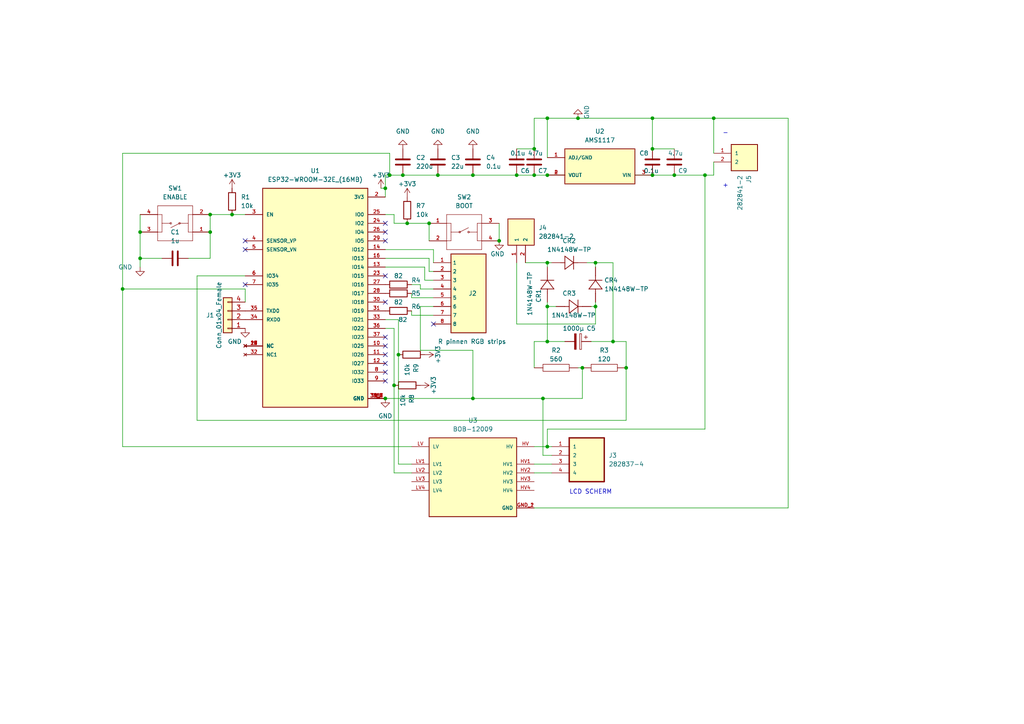
<source format=kicad_sch>
(kicad_sch (version 20211123) (generator eeschema)
  (paper "A4")
  (lib_symbols
    (symbol "1825910-6:1825910-6" (pin_names (offset 1.016) hide)
      (property "Reference" "SW" (at -5.08 5.842 0))
      (property "Value" "1825910-6" (at -5.08 -7.62 0))
      (symbol "1825910-6_0_0"
        (circle (center -1.27 0) (radius 0.254) (stroke (width 0.127)))
        (polyline (pts (xy -5.08 -5.08) (xy 5.08 -5.08)) (stroke (width 0.127)))
        (polyline (pts (xy -5.08 -2.54) (xy -5.08 -5.08)) (stroke (width 0.127)))
        (polyline (pts (xy -5.08 2.54) (xy -5.08 -2.54)) (stroke (width 0.127)))
        (polyline (pts (xy -5.08 2.54) (xy -3.81 2.54)) (stroke (width 0.127)))
        (polyline (pts (xy -5.08 5.08) (xy -5.08 2.54)) (stroke (width 0.127)))
        (polyline (pts (xy -5.08 5.08) (xy 5.08 5.08)) (stroke (width 0.127)))
        (polyline (pts (xy -3.81 -2.54) (xy -5.08 -2.54)) (stroke (width 0.127)))
        (polyline (pts (xy -3.81 0) (xy -3.81 -2.54)) (stroke (width 0.127)))
        (polyline (pts (xy -3.81 0) (xy -1.27 0)) (stroke (width 0.127)))
        (polyline (pts (xy -3.81 2.54) (xy -3.81 0)) (stroke (width 0.127)))
        (polyline (pts (xy -1.27 0) (xy 1.27 1.27)) (stroke (width 0.127)))
        (polyline (pts (xy 1.27 0) (xy 3.81 0)) (stroke (width 0.127)))
        (polyline (pts (xy 3.81 -2.54) (xy 5.08 -2.54)) (stroke (width 0.127)))
        (polyline (pts (xy 3.81 0) (xy 3.81 -2.54)) (stroke (width 0.127)))
        (polyline (pts (xy 3.81 0) (xy 3.81 2.54)) (stroke (width 0.127)))
        (polyline (pts (xy 3.81 2.54) (xy 5.08 2.54)) (stroke (width 0.127)))
        (polyline (pts (xy 5.08 -2.54) (xy 5.08 -5.08)) (stroke (width 0.127)))
        (polyline (pts (xy 5.08 2.54) (xy 5.08 -2.54)) (stroke (width 0.127)))
        (polyline (pts (xy 5.08 5.08) (xy 5.08 2.54)) (stroke (width 0.127)))
        (circle (center 1.27 0) (radius 0.254) (stroke (width 0.127)))
        (pin passive line (at -10.16 2.54 0) (length 5.08) (name "~") (number "1"))
        (pin passive line (at -10.16 -2.54 0) (length 5.08) (name "~") (number "2"))
        (pin passive line (at 10.16 2.54 180) (length 5.08) (name "~") (number "3"))
        (pin passive line (at 10.16 -2.54 180) (length 5.08) (name "~") (number "4"))
      )
    )
    (symbol "1N4148W-TP:1N4148W-TP" (pin_numbers hide) (pin_names (offset 1.016) hide)
      (property "Reference" "CR" (at -2.8194 2.6924 0))
      (property "Value" "1N4148W-TP" (at -3.8862 -5.5372 0))
      (symbol "1N4148W-TP_0_0"
        (polyline (pts (xy 2.54 0) (xy 3.81 0)) (stroke (width 0.2032)))
        (polyline (pts (xy 3.81 -1.905) (xy 6.35 0)) (stroke (width 0.2032)))
        (polyline (pts (xy 3.81 0) (xy 3.81 -1.905)) (stroke (width 0.2032)))
        (polyline (pts (xy 3.81 1.905) (xy 3.81 0)) (stroke (width 0.2032)))
        (polyline (pts (xy 6.35 -1.905) (xy 6.35 0)) (stroke (width 0.2032)))
        (polyline (pts (xy 6.35 0) (xy 3.81 1.905)) (stroke (width 0.2032)))
        (polyline (pts (xy 6.35 0) (xy 6.35 1.905)) (stroke (width 0.2032)))
        (polyline (pts (xy 6.35 0) (xy 7.62 0)) (stroke (width 0.2032)))
        (pin passive line (at 10.16 0 180) (length 2.54) (name "~") (number "1"))
        (pin passive line (at 0 0 0) (length 2.54) (name "~") (number "2"))
      )
    )
    (symbol "282837-4:282837-4" (pin_names (offset 1.016))
      (property "Reference" "J" (at 0 12.7 0))
      (property "Value" "282837-4" (at 0 -10.16 0))
      (symbol "282837-4_0_0"
        (rectangle (start -5.08 -5.08) (end 5.08 7.62) (stroke (width 0.4064)) (fill (type background)))
        (pin passive line (at -10.16 5.08 0) (length 5.08) (name "1") (number "1"))
        (pin passive line (at -10.16 2.54 0) (length 5.08) (name "2") (number "2"))
        (pin passive line (at -10.16 0 0) (length 5.08) (name "3") (number "3"))
        (pin passive line (at -10.16 -2.54 0) (length 5.08) (name "4") (number "4"))
      )
    )
    (symbol "282841-2:282841-2" (pin_names (offset 1.016))
      (property "Reference" "J" (at 0 10.16 0))
      (property "Value" "282841-2" (at 0 -7.62 0))
      (symbol "282841-2_0_0"
        (rectangle (start -5.08 -2.54) (end 2.54 5.08) (stroke (width 0.254)) (fill (type background)))
        (pin passive line (at -10.16 2.54 0) (length 5.08) (name "1") (number "1"))
        (pin passive line (at -10.16 0 0) (length 5.08) (name "2") (number "2"))
      )
    )
    (symbol "282841-5:8_pin_connector"
      (property "Reference" "U" (at -5.08 12.7 0))
      (property "Value" "8_pin_connector" (at 0 -13.97 0))
      (symbol "8_pin_connector_0_0"
        (pin passive line (at -10.16 8.89 0) (length 5.08) (name "1") (number "1"))
        (pin passive line (at -10.16 6.35 0) (length 5.08) (name "2") (number "2"))
        (pin passive line (at -10.16 3.81 0) (length 5.08) (name "3") (number "3"))
        (pin passive line (at -10.16 1.27 0) (length 5.08) (name "4") (number "4"))
        (pin passive line (at -10.16 -1.27 0) (length 5.08) (name "5") (number "5"))
        (pin passive line (at -10.16 -3.81 0) (length 5.08) (name "6") (number "6"))
        (pin passive line (at -10.16 -6.35 0) (length 5.08) (name "7") (number "7"))
        (pin passive line (at -10.16 -8.89 0) (length 5.08) (name "8") (number "8"))
      )
      (symbol "8_pin_connector_0_1"
        (rectangle (start -5.08 11.43) (end 5.08 -11.43))
        (rectangle (start -5.08 11.43) (end 5.08 -11.43) (fill (type background)))
        (polyline (pts (xy -5.08 11.43) (xy -5.08 -11.43) (xy 5.08 -11.43) (xy 5.08 11.43) (xy -5.08 11.43)) (stroke (width 0.254)))
      )
    )
    (symbol "AMS1117:AMS1117" (pin_names (offset 1.016))
      (property "Reference" "U" (at -10.16 5.588 0))
      (property "Value" "AMS1117" (at -10.16 -8.128 0))
      (symbol "AMS1117_0_0"
        (rectangle (start -10.16 -5.08) (end 10.16 5.08) (stroke (width 0.254)) (fill (type background)))
        (pin power_in line (at 15.24 -2.54 180) (length 5.08) (name "ADJ/GND") (number "1"))
        (pin output line (at 15.24 2.54 180) (length 5.08) (name "VOUT") (number "2"))
        (pin input line (at -15.24 2.54 0) (length 5.08) (name "VIN") (number "3"))
        (pin output line (at 15.24 2.54 180) (length 5.08) (name "VOUT") (number "4"))
      )
    )
    (symbol "BOB-12009:BOB-12009" (pin_names (offset 1.016))
      (property "Reference" "U" (at -12.7 11.43 0))
      (property "Value" "BOB-12009" (at -12.7 -15.24 0))
      (symbol "BOB-12009_0_0"
        (rectangle (start -12.7 -12.7) (end 12.7 10.16) (stroke (width 0.254)) (fill (type background)))
        (pin power_in line (at 17.78 -10.16 180) (length 5.08) (name "GND") (number "GND_1"))
        (pin power_in line (at 17.78 -10.16 180) (length 5.08) (name "GND") (number "GND_2"))
        (pin bidirectional line (at 17.78 7.62 180) (length 5.08) (name "HV") (number "HV"))
        (pin bidirectional line (at 17.78 2.54 180) (length 5.08) (name "HV1") (number "HV1"))
        (pin bidirectional line (at 17.78 0 180) (length 5.08) (name "HV2") (number "HV2"))
        (pin bidirectional line (at 17.78 -2.54 180) (length 5.08) (name "HV3") (number "HV3"))
        (pin bidirectional line (at 17.78 -5.08 180) (length 5.08) (name "HV4") (number "HV4"))
        (pin bidirectional line (at -17.78 7.62 0) (length 5.08) (name "LV") (number "LV"))
        (pin bidirectional line (at -17.78 2.54 0) (length 5.08) (name "LV1") (number "LV1"))
        (pin bidirectional line (at -17.78 0 0) (length 5.08) (name "LV2") (number "LV2"))
        (pin bidirectional line (at -17.78 -2.54 0) (length 5.08) (name "LV3") (number "LV3"))
        (pin bidirectional line (at -17.78 -5.08 0) (length 5.08) (name "LV4") (number "LV4"))
      )
    )
    (symbol "Connector_Generic:Conn_01x04" (pin_names (offset 1.016) hide)
      (property "Reference" "J" (at 0 5.08 0))
      (property "Value" "Conn_01x04" (at 0 -7.62 0))
      (symbol "Conn_01x04_1_1"
        (rectangle (start -1.27 -4.953) (end 0 -5.207) (stroke (width 0.1524)))
        (rectangle (start -1.27 -2.413) (end 0 -2.667) (stroke (width 0.1524)))
        (rectangle (start -1.27 0.127) (end 0 -0.127) (stroke (width 0.1524)))
        (rectangle (start -1.27 2.667) (end 0 2.413) (stroke (width 0.1524)))
        (rectangle (start -1.27 3.81) (end 1.27 -6.35) (stroke (width 0.254)) (fill (type background)))
        (pin passive line (at -5.08 2.54 0) (length 3.81) (name "Pin_1") (number "1"))
        (pin passive line (at -5.08 0 0) (length 3.81) (name "Pin_2") (number "2"))
        (pin passive line (at -5.08 -2.54 0) (length 3.81) (name "Pin_3") (number "3"))
        (pin passive line (at -5.08 -5.08 0) (length 3.81) (name "Pin_4") (number "4"))
      )
    )
    (symbol "Device:C" (pin_numbers hide) (pin_names (offset 0.254))
      (property "Reference" "C" (at 0.635 2.54 0))
      (property "Value" "C" (at 0.635 -2.54 0))
      (symbol "C_0_1"
        (polyline (pts (xy -2.032 -0.762) (xy 2.032 -0.762)) (stroke (width 0.508)))
        (polyline (pts (xy -2.032 0.762) (xy 2.032 0.762)) (stroke (width 0.508)))
      )
      (symbol "C_1_1"
        (pin passive line (at 0 3.81 270) (length 2.794) (name "~") (number "1"))
        (pin passive line (at 0 -3.81 90) (length 2.794) (name "~") (number "2"))
      )
    )
    (symbol "Device:C_Polarized" (pin_numbers hide) (pin_names (offset 0.254))
      (property "Reference" "C" (at 0.635 2.54 0))
      (property "Value" "C_Polarized" (at 0.635 -2.54 0))
      (symbol "C_Polarized_0_1"
        (rectangle (start -2.286 0.508) (end 2.286 1.016))
        (polyline (pts (xy -1.778 2.286) (xy -0.762 2.286)))
        (polyline (pts (xy -1.27 2.794) (xy -1.27 1.778)))
        (rectangle (start 2.286 -0.508) (end -2.286 -1.016) (fill (type outline)))
      )
      (symbol "C_Polarized_1_1"
        (pin passive line (at 0 3.81 270) (length 2.794) (name "~") (number "1"))
        (pin passive line (at 0 -3.81 90) (length 2.794) (name "~") (number "2"))
      )
    )
    (symbol "Device:R" (pin_numbers hide) (pin_names (offset 0))
      (property "Reference" "R" (at 2.032 0 90))
      (property "Value" "R" (at 0 0 90))
      (symbol "R_0_1"
        (rectangle (start -1.016 -2.54) (end 1.016 2.54) (stroke (width 0.254)))
      )
      (symbol "R_1_1"
        (pin passive line (at 0 3.81 270) (length 1.27) (name "~") (number "1"))
        (pin passive line (at 0 -3.81 90) (length 1.27) (name "~") (number "2"))
      )
    )
    (symbol "ESP32-WROOM-32E__16MB_:ESP32-WROOM-32E_(16MB)" (pin_names (offset 1.016))
      (property "Reference" "U" (at -15.24 33.909 0))
      (property "Value" "ESP32-WROOM-32E_(16MB)" (at -15.24 -33.02 0))
      (symbol "ESP32-WROOM-32E_(16MB)_0_0"
        (rectangle (start -15.24 -30.48) (end 15.24 33.02) (stroke (width 0.254)) (fill (type background)))
        (pin power_in line (at 20.32 -27.94 180) (length 5.08) (name "GND") (number "1"))
        (pin bidirectional line (at 20.32 -12.7 180) (length 5.08) (name "IO25") (number "10"))
        (pin bidirectional line (at 20.32 -15.24 180) (length 5.08) (name "IO26") (number "11"))
        (pin bidirectional line (at 20.32 -17.78 180) (length 5.08) (name "IO27") (number "12"))
        (pin bidirectional line (at 20.32 10.16 180) (length 5.08) (name "IO14") (number "13"))
        (pin bidirectional line (at 20.32 15.24 180) (length 5.08) (name "IO12") (number "14"))
        (pin power_in line (at 20.32 -27.94 180) (length 5.08) (name "GND") (number "15"))
        (pin bidirectional line (at 20.32 12.7 180) (length 5.08) (name "IO13") (number "16"))
        (pin no_connect line (at -20.32 -12.7 0) (length 5.08) (name "NC") (number "17"))
        (pin no_connect line (at -20.32 -12.7 0) (length 5.08) (name "NC") (number "18"))
        (pin no_connect line (at -20.32 -12.7 0) (length 5.08) (name "NC") (number "19"))
        (pin power_in line (at 20.32 30.48 180) (length 5.08) (name "3V3") (number "2"))
        (pin no_connect line (at -20.32 -12.7 0) (length 5.08) (name "NC") (number "20"))
        (pin no_connect line (at -20.32 -12.7 0) (length 5.08) (name "NC") (number "21"))
        (pin no_connect line (at -20.32 -12.7 0) (length 5.08) (name "NC") (number "22"))
        (pin bidirectional line (at 20.32 7.62 180) (length 5.08) (name "IO15") (number "23"))
        (pin bidirectional line (at 20.32 22.86 180) (length 5.08) (name "IO2") (number "24"))
        (pin bidirectional line (at 20.32 25.4 180) (length 5.08) (name "IO0") (number "25"))
        (pin bidirectional line (at 20.32 20.32 180) (length 5.08) (name "IO4") (number "26"))
        (pin bidirectional line (at 20.32 5.08 180) (length 5.08) (name "IO16") (number "27"))
        (pin bidirectional line (at 20.32 2.54 180) (length 5.08) (name "IO17") (number "28"))
        (pin bidirectional line (at 20.32 17.78 180) (length 5.08) (name "IO5") (number "29"))
        (pin input line (at -20.32 25.4 0) (length 5.08) (name "EN") (number "3"))
        (pin bidirectional line (at 20.32 0 180) (length 5.08) (name "IO18") (number "30"))
        (pin bidirectional line (at 20.32 -2.54 180) (length 5.08) (name "IO19") (number "31"))
        (pin no_connect line (at -20.32 -15.24 0) (length 5.08) (name "NC1") (number "32"))
        (pin bidirectional line (at 20.32 -5.08 180) (length 5.08) (name "IO21") (number "33"))
        (pin bidirectional line (at -20.32 -5.08 0) (length 5.08) (name "RXD0") (number "34"))
        (pin bidirectional line (at -20.32 -2.54 0) (length 5.08) (name "TXD0") (number "35"))
        (pin bidirectional line (at 20.32 -7.62 180) (length 5.08) (name "IO22") (number "36"))
        (pin bidirectional line (at 20.32 -10.16 180) (length 5.08) (name "IO23") (number "37"))
        (pin power_in line (at 20.32 -27.94 180) (length 5.08) (name "GND") (number "38"))
        (pin power_in line (at 20.32 -27.94 180) (length 5.08) (name "GND") (number "39_1"))
        (pin power_in line (at 20.32 -27.94 180) (length 5.08) (name "GND") (number "39_2"))
        (pin power_in line (at 20.32 -27.94 180) (length 5.08) (name "GND") (number "39_3"))
        (pin power_in line (at 20.32 -27.94 180) (length 5.08) (name "GND") (number "39_4"))
        (pin power_in line (at 20.32 -27.94 180) (length 5.08) (name "GND") (number "39_5"))
        (pin power_in line (at 20.32 -27.94 180) (length 5.08) (name "GND") (number "39_6"))
        (pin power_in line (at 20.32 -27.94 180) (length 5.08) (name "GND") (number "39_7"))
        (pin power_in line (at 20.32 -27.94 180) (length 5.08) (name "GND") (number "39_8"))
        (pin power_in line (at 20.32 -27.94 180) (length 5.08) (name "GND") (number "39_9"))
        (pin input line (at -20.32 17.78 0) (length 5.08) (name "SENSOR_VP") (number "4"))
        (pin input line (at -20.32 15.24 0) (length 5.08) (name "SENSOR_VN") (number "5"))
        (pin input line (at -20.32 7.62 0) (length 5.08) (name "IO34") (number "6"))
        (pin input line (at -20.32 5.08 0) (length 5.08) (name "IO35") (number "7"))
        (pin bidirectional line (at 20.32 -20.32 180) (length 5.08) (name "IO32") (number "8"))
        (pin bidirectional line (at 20.32 -22.86 180) (length 5.08) (name "IO33") (number "9"))
      )
    )
    (symbol "power:+3V3" (power) (pin_names (offset 0))
      (property "Value" "+3V3" (at 0 3.556 0))
      (symbol "+3V3_0_1"
        (polyline (pts (xy -0.762 1.27) (xy 0 2.54)))
        (polyline (pts (xy 0 0) (xy 0 2.54)))
        (polyline (pts (xy 0 2.54) (xy 0.762 1.27)))
      )
      (symbol "+3V3_1_1"
        (pin power_in line (at 0 0 90) (length 0) hide (name "+3V3") (number "1"))
      )
    )
    (symbol "power:GND" (power) (pin_names (offset 0))
      (property "Value" "GND" (at 0 -3.81 0))
      (symbol "GND_0_1"
        (polyline (pts (xy 0 0) (xy 0 -1.27) (xy 1.27 -1.27) (xy 0 -2.54) (xy -1.27 -1.27) (xy 0 -1.27)))
      )
      (symbol "GND_1_1"
        (pin power_in line (at 0 0 270) (length 0) hide (name "GND") (number "1"))
      )
    )
    (symbol "pspice:R" (pin_numbers hide) (pin_names (offset 0))
      (property "Reference" "R" (at 2.032 0 90))
      (property "Value" "R" (at 0 0 90))
      (symbol "R_0_1"
        (rectangle (start -1.016 3.81) (end 1.016 -3.81))
      )
      (symbol "R_1_1"
        (pin passive line (at 0 6.35 270) (length 2.54) (name "~") (number "1"))
        (pin passive line (at 0 -6.35 90) (length 2.54) (name "~") (number "2"))
      )
    )
  )
  (junction (at 172.72 76.2))
  (junction (at 172.72 88.9))
  (junction (at 111.76 115.57))
  (junction (at 40.64 74.93))
  (junction (at 137.16 50.8))
  (junction (at 124.46 64.77))
  (junction (at 189.23 50.8))
  (junction (at 114.3 111.76))
  (junction (at 168.91 106.68))
  (junction (at 60.96 67.31))
  (junction (at 40.64 67.31))
  (junction (at 181.61 106.68))
  (junction (at 189.23 34.29))
  (junction (at 158.75 76.2))
  (junction (at 189.23 43.18))
  (junction (at 144.78 69.85))
  (junction (at 60.96 62.23))
  (junction (at 111.76 54.61))
  (junction (at 167.64 34.29))
  (junction (at 158.75 99.06))
  (junction (at 157.48 115.57))
  (junction (at 149.86 50.8))
  (junction (at 35.56 83.82))
  (junction (at 158.75 88.9))
  (junction (at 115.57 102.87))
  (junction (at 207.01 34.29))
  (junction (at 195.58 50.8))
  (junction (at 158.75 129.54))
  (junction (at 118.11 64.77))
  (junction (at 137.16 115.57))
  (junction (at 158.75 34.29))
  (junction (at 116.84 50.8))
  (junction (at 204.47 50.8))
  (junction (at 177.8 99.06))
  (junction (at 154.94 50.8))
  (junction (at 113.03 50.8))
  (junction (at 158.75 50.8))
  (junction (at 154.94 43.18))
  (junction (at 67.31 62.23))
  (junction (at 127 50.8))
  (no_connect (at 71.12 82.55))
  (no_connect (at 111.76 110.49))
  (no_connect (at 111.76 80.01))
  (no_connect (at 111.76 97.79))
  (no_connect (at 71.12 72.39))
  (no_connect (at 71.12 69.85))
  (no_connect (at 111.76 87.63))
  (no_connect (at 111.76 102.87))
  (no_connect (at 111.76 100.33))
  (no_connect (at 111.76 67.31))
  (no_connect (at 111.76 69.85))
  (no_connect (at 125.73 93.98))
  (no_connect (at 111.76 105.41))
  (no_connect (at 111.76 107.95))
  (no_connect (at 111.76 64.77))
  (wire (pts (xy 158.75 87.63) (xy 158.75 88.9)))
  (wire (pts (xy 67.31 62.23) (xy 71.12 62.23)))
  (wire (pts (xy 125.73 72.39) (xy 125.73 76.2)))
  (wire (pts (xy 228.6 34.29) (xy 207.01 34.29)))
  (wire (pts (xy 114.3 62.23) (xy 114.3 64.77)))
  (wire (pts (xy 149.86 50.8) (xy 154.94 50.8)))
  (wire (pts (xy 113.03 44.45) (xy 113.03 50.8)))
  (wire (pts (xy 172.72 76.2) (xy 172.72 77.47)))
  (wire (pts (xy 158.75 88.9) (xy 158.75 99.06)))
  (wire (pts (xy 119.38 137.16) (xy 114.3 137.16)))
  (wire (pts (xy 54.61 74.93) (xy 60.96 74.93)))
  (wire (pts (xy 167.64 34.29) (xy 158.75 34.29)))
  (wire (pts (xy 189.23 34.29) (xy 167.64 34.29)))
  (wire (pts (xy 111.76 50.8) (xy 113.03 50.8)))
  (wire (pts (xy 204.47 50.8) (xy 204.47 124.46)))
  (wire (pts (xy 154.94 137.16) (xy 160.02 137.16)))
  (wire (pts (xy 158.75 34.29) (xy 158.75 45.72)))
  (wire (pts (xy 124.46 78.74) (xy 125.73 78.74)))
  (wire (pts (xy 181.61 106.68) (xy 181.61 99.06)))
  (wire (pts (xy 116.84 50.8) (xy 127 50.8)))
  (wire (pts (xy 171.45 88.9) (xy 172.72 88.9)))
  (wire (pts (xy 121.92 83.82) (xy 125.73 83.82)))
  (wire (pts (xy 181.61 99.06) (xy 177.8 99.06)))
  (wire (pts (xy 119.38 86.36) (xy 125.73 86.36)))
  (wire (pts (xy 184.15 50.8) (xy 189.23 50.8)))
  (wire (pts (xy 113.03 50.8) (xy 116.84 50.8)))
  (wire (pts (xy 195.58 50.8) (xy 204.47 50.8)))
  (wire (pts (xy 168.91 106.68) (xy 168.91 115.57)))
  (wire (pts (xy 189.23 43.18) (xy 189.23 34.29)))
  (wire (pts (xy 137.16 115.57) (xy 157.48 115.57)))
  (wire (pts (xy 71.12 87.63) (xy 71.12 83.82)))
  (wire (pts (xy 170.18 76.2) (xy 172.72 76.2)))
  (wire (pts (xy 154.94 129.54) (xy 158.75 129.54)))
  (wire (pts (xy 171.45 99.06) (xy 177.8 99.06)))
  (wire (pts (xy 157.48 132.08) (xy 160.02 132.08)))
  (wire (pts (xy 115.57 92.71) (xy 111.76 92.71)))
  (wire (pts (xy 157.48 115.57) (xy 157.48 132.08)))
  (wire (pts (xy 111.76 72.39) (xy 125.73 72.39)))
  (wire (pts (xy 40.64 74.93) (xy 40.64 77.47)))
  (wire (pts (xy 189.23 43.18) (xy 195.58 43.18)))
  (wire (pts (xy 114.3 64.77) (xy 118.11 64.77)))
  (wire (pts (xy 40.64 67.31) (xy 40.64 62.23)))
  (wire (pts (xy 114.3 95.25) (xy 111.76 95.25)))
  (wire (pts (xy 154.94 134.62) (xy 160.02 134.62)))
  (wire (pts (xy 35.56 83.82) (xy 35.56 44.45)))
  (wire (pts (xy 207.01 46.99) (xy 207.01 50.8)))
  (wire (pts (xy 111.76 77.47) (xy 123.19 77.47)))
  (wire (pts (xy 119.38 82.55) (xy 121.92 82.55)))
  (wire (pts (xy 158.75 99.06) (xy 163.83 99.06)))
  (wire (pts (xy 154.94 34.29) (xy 154.94 43.18)))
  (wire (pts (xy 158.75 34.29) (xy 154.94 34.29)))
  (wire (pts (xy 111.76 50.8) (xy 111.76 54.61)))
  (wire (pts (xy 123.19 81.28) (xy 125.73 81.28)))
  (wire (pts (xy 119.38 90.17) (xy 119.38 91.44)))
  (wire (pts (xy 119.38 134.62) (xy 115.57 134.62)))
  (wire (pts (xy 204.47 50.8) (xy 207.01 50.8)))
  (wire (pts (xy 207.01 34.29) (xy 189.23 34.29)))
  (wire (pts (xy 124.46 74.93) (xy 124.46 78.74)))
  (wire (pts (xy 181.61 106.68) (xy 181.61 121.92)))
  (wire (pts (xy 158.75 50.8) (xy 163.83 50.8)))
  (wire (pts (xy 123.19 77.47) (xy 123.19 81.28)))
  (wire (pts (xy 40.64 67.31) (xy 40.64 74.93)))
  (wire (pts (xy 60.96 74.93) (xy 60.96 67.31)))
  (wire (pts (xy 137.16 50.8) (xy 149.86 50.8)))
  (wire (pts (xy 172.72 88.9) (xy 172.72 93.98)))
  (wire (pts (xy 111.76 74.93) (xy 124.46 74.93)))
  (wire (pts (xy 35.56 83.82) (xy 35.56 129.54)))
  (wire (pts (xy 35.56 44.45) (xy 113.03 44.45)))
  (wire (pts (xy 152.4 76.2) (xy 158.75 76.2)))
  (wire (pts (xy 40.64 74.93) (xy 46.99 74.93)))
  (wire (pts (xy 189.23 50.8) (xy 195.58 50.8)))
  (wire (pts (xy 228.6 147.32) (xy 228.6 34.29)))
  (wire (pts (xy 127 50.8) (xy 137.16 50.8)))
  (wire (pts (xy 115.57 92.71) (xy 115.57 102.87)))
  (wire (pts (xy 172.72 87.63) (xy 172.72 88.9)))
  (wire (pts (xy 144.78 64.77) (xy 144.78 69.85)))
  (wire (pts (xy 158.75 76.2) (xy 158.75 77.47)))
  (wire (pts (xy 172.72 76.2) (xy 177.8 76.2)))
  (wire (pts (xy 157.48 115.57) (xy 168.91 115.57)))
  (wire (pts (xy 207.01 44.45) (xy 207.01 34.29)))
  (wire (pts (xy 158.75 76.2) (xy 160.02 76.2)))
  (wire (pts (xy 154.94 99.06) (xy 158.75 99.06)))
  (wire (pts (xy 121.92 88.9) (xy 121.92 101.6)))
  (wire (pts (xy 125.73 88.9) (xy 121.92 88.9)))
  (wire (pts (xy 158.75 88.9) (xy 161.29 88.9)))
  (wire (pts (xy 149.86 43.18) (xy 154.94 43.18)))
  (wire (pts (xy 57.15 121.92) (xy 181.61 121.92)))
  (wire (pts (xy 114.3 111.76) (xy 114.3 95.25)))
  (wire (pts (xy 124.46 64.77) (xy 124.46 69.85)))
  (wire (pts (xy 121.92 101.6) (xy 137.16 101.6)))
  (wire (pts (xy 57.15 121.92) (xy 57.15 80.01)))
  (wire (pts (xy 158.75 124.46) (xy 204.47 124.46)))
  (wire (pts (xy 114.3 62.23) (xy 111.76 62.23)))
  (wire (pts (xy 60.96 67.31) (xy 60.96 62.23)))
  (wire (pts (xy 35.56 129.54) (xy 119.38 129.54)))
  (wire (pts (xy 71.12 83.82) (xy 35.56 83.82)))
  (wire (pts (xy 110.49 54.61) (xy 111.76 54.61)))
  (wire (pts (xy 111.76 54.61) (xy 111.76 57.15)))
  (wire (pts (xy 177.8 76.2) (xy 177.8 99.06)))
  (wire (pts (xy 154.94 106.68) (xy 154.94 99.06)))
  (wire (pts (xy 154.94 50.8) (xy 158.75 50.8)))
  (wire (pts (xy 158.75 124.46) (xy 158.75 129.54)))
  (wire (pts (xy 167.64 106.68) (xy 168.91 106.68)))
  (wire (pts (xy 114.3 137.16) (xy 114.3 111.76)))
  (wire (pts (xy 60.96 62.23) (xy 67.31 62.23)))
  (wire (pts (xy 158.75 129.54) (xy 160.02 129.54)))
  (wire (pts (xy 111.76 115.57) (xy 137.16 115.57)))
  (wire (pts (xy 57.15 80.01) (xy 71.12 80.01)))
  (wire (pts (xy 119.38 85.09) (xy 119.38 86.36)))
  (wire (pts (xy 121.92 82.55) (xy 121.92 83.82)))
  (wire (pts (xy 118.11 64.77) (xy 124.46 64.77)))
  (wire (pts (xy 137.16 101.6) (xy 137.16 115.57)))
  (wire (pts (xy 154.94 147.32) (xy 228.6 147.32)))
  (wire (pts (xy 119.38 91.44) (xy 125.73 91.44)))
  (wire (pts (xy 115.57 102.87) (xy 115.57 134.62)))
  (wire (pts (xy 149.86 93.98) (xy 172.72 93.98)))
  (wire (pts (xy 149.86 76.2) (xy 149.86 93.98)))
  (text "LCD SCHERM" (at 165.1 143.51 0) (effects (font (size 1.27 1.27)) (justify left bottom)))
  (text "-" (at 209.55 39.37 0) (effects (font (size 1.27 1.27)) (justify left bottom)))
  (text "+" (at 209.55 54.61 0) (effects (font (size 1.27 1.27)) (justify left bottom)))
  (symbol (lib_id "power:+3V3") (at 110.49 54.61 0) (unit 1)
    (property "Reference" "#PWR0108" (effects hide))
    (property "Value" "+3V3" (at 110.49 50.8 0))
  )
  (symbol (lib_id "Device:R") (at 115.57 85.09 90) (unit 1)
    (property "Reference" "R5" (at 120.65 85.09 90))
    (property "Value" "82" (at 115.57 87.63 90))
    (property "Footprint" "Resistor_SMD:R_0805_2012Metric_Pad1.20x1.40mm_HandSolder" (effects hide))
  )
  (symbol (lib_id "Connector_Generic:Conn_01x04") (at 66.04 92.71 180) (unit 1)
    (property "Reference" "J1" (at 60.96 91.44 0))
    (property "Value" "Conn_01x04_Female" (at 63.5 91.44 90))
    (property "Footprint" "Connector_PinHeader_2.54mm:PinHeader_1x04_P2.54mm_Vertical" (effects hide))
  )
  (symbol (lib_id "pspice:R") (at 161.29 106.68 90) (unit 1)
    (property "Reference" "R2" (at 161.29 101.6 90))
    (property "Value" "560" (at 161.29 104.14 90))
    (property "Footprint" "Resistor_SMD:R_0805_2012Metric_Pad1.20x1.40mm_HandSolder" (effects hide))
  )
  (symbol (lib_id "1N4148W-TP:1N4148W-TP") (at 172.72 87.63 90) (unit 1)
    (property "Reference" "CR4" (at 175.26 81.28 90) (effects (justify right)))
    (property "Value" "1N4148W-TP" (at 175.26 83.82 90) (effects (justify right)))
    (property "Footprint" "Diode_SMD:D_0603_1608Metric_Pad1.05x0.95mm_HandSolder" (effects hide))
    (property "MANUFACTURER_PART_NUMBER" "1N4148W-TP" (effects hide))
    (property "BUILT_BY" "EMA_Cory" (effects hide))
    (property "VENDOR" "Micro Commercial Co" (effects hide))
    (property "DATASHEET" "https://www.mccsemi.com/pdf/Products/1N4148W(SOD123).pdf" (effects hide))
    (property "COPYRIGHT" "Copyright (C) 2018 Accelerated Designs. All rights reserved" (effects hide))
  )
  (symbol (lib_id "Device:C") (at 149.86 46.99 180) (unit 1)
    (property "Reference" "C6" (at 153.67 49.53 0) (effects (justify left)))
    (property "Value" "0.1u" (at 152.4 44.45 0) (effects (justify left)))
    (property "Footprint" "Capacitor_SMD:C_0805_2012Metric_Pad1.18x1.45mm_HandSolder" (effects hide))
  )
  (symbol (lib_id "Device:R") (at 115.57 90.17 90) (unit 1)
    (property "Reference" "R6" (at 120.65 88.9 90))
    (property "Value" "82" (at 116.84 92.71 90))
    (property "Footprint" "Resistor_SMD:R_0805_2012Metric_Pad1.20x1.40mm_HandSolder" (effects hide))
  )
  (symbol (lib_id "1N4148W-TP:1N4148W-TP") (at 161.29 88.9 0) (unit 1)
    (property "Reference" "CR3" (at 165.1 85.09 0))
    (property "Value" "1N4148W-TP" (at 166.37 91.44 0))
    (property "Footprint" "Diode_SMD:D_0603_1608Metric_Pad1.05x0.95mm_HandSolder" (effects hide))
    (property "MANUFACTURER_PART_NUMBER" "1N4148W-TP" (effects hide))
    (property "BUILT_BY" "EMA_Cory" (effects hide))
    (property "VENDOR" "Micro Commercial Co" (effects hide))
    (property "DATASHEET" "https://www.mccsemi.com/pdf/Products/1N4148W(SOD123).pdf" (effects hide))
    (property "COPYRIGHT" "Copyright (C) 2018 Accelerated Designs. All rights reserved" (effects hide))
  )
  (symbol (lib_id "power:GND") (at 111.76 115.57 0) (unit 1)
    (property "Reference" "#PWR0102" (effects hide))
    (property "Value" "GND" (at 111.76 120.65 0))
  )
  (symbol (lib_id "power:GND") (at 167.64 34.29 180) (unit 1)
    (property "Reference" "#PWR05" (effects hide))
    (property "Value" "GND" (at 170.18 30.48 90) (effects (justify left)))
  )
  (symbol (lib_id "1825910-6:1825910-6") (at 134.62 67.31 0) (unit 1)
    (property "Reference" "SW2" (at 134.62 57.15 0))
    (property "Value" "BOOT" (at 134.62 59.69 0))
    (property "Footprint" "libraries:SW_1825910-6-4" (effects hide))
    (property "Comment" "1825910-6" (effects hide))
  )
  (symbol (lib_id "Device:R") (at 118.11 111.76 270) (unit 1)
    (property "Reference" "R8" (at 119.3801 114.3 0) (effects (justify left)))
    (property "Value" "10k" (at 116.8401 114.3 0) (effects (justify left)))
    (property "Footprint" "Resistor_SMD:R_0805_2012Metric_Pad1.20x1.40mm_HandSolder" (effects hide))
  )
  (symbol (lib_id "power:GND") (at 127 43.18 180) (unit 1)
    (property "Reference" "#PWR0104" (effects hide))
    (property "Value" "GND" (at 127 38.1 0))
  )
  (symbol (lib_id "Device:R") (at 118.11 60.96 0) (unit 1)
    (property "Reference" "R7" (at 120.65 59.6899 0) (effects (justify left)))
    (property "Value" "10k" (at 120.65 62.2299 0) (effects (justify left)))
    (property "Footprint" "Resistor_SMD:R_0805_2012Metric_Pad1.20x1.40mm_HandSolder" (effects hide))
  )
  (symbol (lib_id "1N4148W-TP:1N4148W-TP") (at 158.75 87.63 90) (unit 1)
    (property "Reference" "CR1" (at 156.21 83.82 0) (effects (justify right)))
    (property "Value" "1N4148W-TP" (at 153.67 78.74 0) (effects (justify right)))
    (property "Footprint" "Diode_SMD:D_0603_1608Metric_Pad1.05x0.95mm_HandSolder" (effects hide))
    (property "MANUFACTURER_PART_NUMBER" "1N4148W-TP" (effects hide))
    (property "BUILT_BY" "EMA_Cory" (effects hide))
    (property "VENDOR" "Micro Commercial Co" (effects hide))
    (property "DATASHEET" "https://www.mccsemi.com/pdf/Products/1N4148W(SOD123).pdf" (effects hide))
    (property "COPYRIGHT" "Copyright (C) 2018 Accelerated Designs. All rights reserved" (effects hide))
  )
  (symbol (lib_id "power:GND") (at 116.84 43.18 180) (unit 1)
    (property "Reference" "#PWR0103" (effects hide))
    (property "Value" "GND" (at 116.84 38.1 0))
  )
  (symbol (lib_id "power:GND") (at 137.16 43.18 180) (unit 1)
    (property "Reference" "#PWR0106" (effects hide))
    (property "Value" "GND" (at 137.16 38.1 0))
  )
  (symbol (lib_id "Device:C") (at 154.94 46.99 180) (unit 1)
    (property "Reference" "C7" (at 158.75 49.53 0) (effects (justify left)))
    (property "Value" "4.7u" (at 157.48 44.45 0) (effects (justify left)))
    (property "Footprint" "Capacitor_SMD:C_0805_2012Metric_Pad1.18x1.45mm_HandSolder" (effects hide))
  )
  (symbol (lib_id "power:+3V3") (at 118.11 57.15 0) (unit 1)
    (property "Reference" "#PWR03" (effects hide))
    (property "Value" "+3V3" (at 118.11 53.34 0))
  )
  (symbol (lib_id "Device:C") (at 116.84 46.99 180) (unit 1)
    (property "Reference" "C2" (at 120.65 45.7199 0) (effects (justify right)))
    (property "Value" "220u" (at 120.65 48.2599 0) (effects (justify right)))
    (property "Footprint" "libraries:CAP_EEE0JA101WR" (effects hide))
  )
  (symbol (lib_id "282841-2:282841-2") (at 152.4 66.04 90) (unit 1)
    (property "Reference" "J4" (at 156.21 66.0399 90) (effects (justify right)))
    (property "Value" "282841-2" (at 156.21 68.5799 90) (effects (justify right)))
    (property "Footprint" "libraries:TE_1546215-2" (effects hide))
    (property "Comment" "282841-2" (effects hide))
    (property "EU_RoHS_Compliance" "Compliant with Exemptions" (effects hide))
  )
  (symbol (lib_id "282837-4:282837-4") (at 170.18 134.62 0) (unit 1)
    (property "Reference" "J3" (at 176.53 132.0799 0) (effects (justify left)))
    (property "Value" "282837-4" (at 176.53 134.6199 0) (effects (justify left)))
    (property "Footprint" "libraries:TE_1546215-4" (effects hide))
    (property "Comment" "282837-4" (effects hide))
    (property "EU_RoHS_Compliance" "Compliant with Exemptions" (effects hide))
  )
  (symbol (lib_id "1N4148W-TP:1N4148W-TP") (at 160.02 76.2 0) (unit 1)
    (property "Reference" "CR2" (at 165.1 69.85 0))
    (property "Value" "1N4148W-TP" (at 165.1 72.39 0))
    (property "Footprint" "Diode_SMD:D_0603_1608Metric_Pad1.05x0.95mm_HandSolder" (effects hide))
    (property "MANUFACTURER_PART_NUMBER" "1N4148W-TP" (effects hide))
    (property "BUILT_BY" "EMA_Cory" (effects hide))
    (property "VENDOR" "Micro Commercial Co" (effects hide))
    (property "DATASHEET" "https://www.mccsemi.com/pdf/Products/1N4148W(SOD123).pdf" (effects hide))
    (property "COPYRIGHT" "Copyright (C) 2018 Accelerated Designs. All rights reserved" (effects hide))
  )
  (symbol (lib_id "Device:C") (at 50.8 74.93 90) (unit 1)
    (property "Reference" "C1" (at 50.8 67.31 90))
    (property "Value" "1u" (at 50.8 69.85 90))
    (property "Footprint" "Capacitor_SMD:C_0805_2012Metric_Pad1.18x1.45mm_HandSolder" (effects hide))
  )
  (symbol (lib_id "Device:C") (at 127 46.99 180) (unit 1)
    (property "Reference" "C3" (at 130.81 45.7199 0) (effects (justify right)))
    (property "Value" "22u" (at 130.81 48.2599 0) (effects (justify right)))
    (property "Footprint" "Capacitor_SMD:C_0805_2012Metric_Pad1.18x1.45mm_HandSolder" (effects hide))
  )
  (symbol (lib_id "Device:C") (at 195.58 46.99 180) (unit 1)
    (property "Reference" "C9" (at 199.39 49.53 0) (effects (justify left)))
    (property "Value" "4.7u" (at 198.12 44.45 0) (effects (justify left)))
    (property "Footprint" "Capacitor_SMD:C_0805_2012Metric_Pad1.18x1.45mm_HandSolder" (effects hide))
  )
  (symbol (lib_id "Device:C_Polarized") (at 167.64 99.06 270) (unit 1)
    (property "Reference" "C5" (at 171.45 95.25 90))
    (property "Value" "1000µ" (at 166.37 95.25 90))
    (property "Footprint" "Capacitor_THT:CP_Axial_L26.5mm_D20.0mm_P33.00mm_Horizontal" (effects hide))
  )
  (symbol (lib_id "Device:R") (at 67.31 58.42 0) (unit 1)
    (property "Reference" "R1" (at 69.85 57.1499 0) (effects (justify left)))
    (property "Value" "10k" (at 69.85 59.6899 0) (effects (justify left)))
    (property "Footprint" "Resistor_SMD:R_0805_2012Metric_Pad1.20x1.40mm_HandSolder" (effects hide))
  )
  (symbol (lib_id "power:+3V3") (at 67.31 54.61 0) (unit 1)
    (property "Reference" "#PWR01" (effects hide))
    (property "Value" "+3V3" (at 67.31 50.8 0))
  )
  (symbol (lib_id "Device:R") (at 115.57 82.55 90) (unit 1)
    (property "Reference" "R4" (at 120.65 81.28 90))
    (property "Value" "82" (at 115.57 80.01 90))
    (property "Footprint" "Resistor_SMD:R_0805_2012Metric_Pad1.20x1.40mm_HandSolder" (effects hide))
  )
  (symbol (lib_id "Device:C") (at 189.23 46.99 0) (unit 1)
    (property "Reference" "C8" (at 185.42 44.45 0) (effects (justify left)))
    (property "Value" "0.1u" (at 186.69 49.53 0) (effects (justify left)))
    (property "Footprint" "Capacitor_SMD:C_0805_2012Metric_Pad1.18x1.45mm_HandSolder" (effects hide))
  )
  (symbol (lib_id "power:GND") (at 40.64 77.47 0) (unit 1)
    (property "Reference" "#PWR0101" (effects hide))
    (property "Value" "GND" (at 34.29 77.47 0) (effects (justify left)))
  )
  (symbol (lib_id "power:GND") (at 144.78 69.85 0) (unit 1)
    (property "Reference" "#PWR04" (effects hide))
    (property "Value" "GND" (at 142.24 73.66 0) (effects (justify left)))
  )
  (symbol (lib_id "BOB-12009:BOB-12009") (at 137.16 137.16 0) (unit 1)
    (property "Reference" "U3" (at 137.16 121.92 0))
    (property "Value" "BOB-12009" (at 137.16 124.46 0))
    (property "Footprint" "BOB-12009:CONV_BOB-12009" (effects hide))
    (property "MANUFACTURER" "SparkFun Electronics" (effects hide))
    (property "STANDARD" "Manufacturer Recommendations" (effects hide))
    (property "MAXIMUM_PACKAGE_HEIGHT" "N/A" (effects hide))
    (property "PARTREV" "01" (effects hide))
  )
  (symbol (lib_id "Device:C") (at 137.16 46.99 180) (unit 1)
    (property "Reference" "C4" (at 140.97 45.7199 0) (effects (justify right)))
    (property "Value" "0.1u" (at 140.97 48.26 0) (effects (justify right)))
    (property "Footprint" "Capacitor_SMD:C_0805_2012Metric_Pad1.18x1.45mm_HandSolder" (effects hide))
  )
  (symbol (lib_id "1825910-6:1825910-6") (at 50.8 64.77 180) (unit 1)
    (property "Reference" "SW1" (at 50.8 54.61 0))
    (property "Value" "ENABLE" (at 50.8 57.15 0))
    (property "Footprint" "libraries:SW_1825910-6-4" (effects hide))
    (property "Comment" "1825910-6" (effects hide))
  )
  (symbol (lib_id "282841-2:282841-2") (at 217.17 46.99 0) (unit 1)
    (property "Reference" "J5" (at 217.1701 50.8 90) (effects (justify right)))
    (property "Value" "282841-2" (at 214.6301 50.8 90) (effects (justify right)))
    (property "Footprint" "libraries:TE_1546215-2" (effects hide))
    (property "Comment" "282841-2" (effects hide))
    (property "EU_RoHS_Compliance" "Compliant with Exemptions" (effects hide))
  )
  (symbol (lib_id "AMS1117:AMS1117") (at 173.99 48.26 180) (unit 1)
    (property "Reference" "U2" (at 173.99 38.1 0))
    (property "Value" "AMS1117" (at 173.99 40.64 0))
    (property "Footprint" "libraries:SOT229P700X180-4N" (effects hide))
    (property "MANUFACTURER" "AMS" (effects hide))
    (property "MAXIMUM_PACKAGE_HEIGHT" "1.8mm" (effects hide))
    (property "PARTREV" "N/A" (effects hide))
    (property "STANDARD" "IPC-7351B" (effects hide))
  )
  (symbol (lib_id "power:GND") (at 71.12 95.25 0) (unit 1)
    (property "Reference" "#PWR02" (effects hide))
    (property "Value" "GND" (at 66.04 99.06 0) (effects (justify left)))
  )
  (symbol (lib_id "power:+3V3") (at 121.92 111.76 270) (unit 1)
    (property "Reference" "#PWR0107" (effects hide))
    (property "Value" "+3V3" (at 125.73 111.76 0))
  )
  (symbol (lib_id "282841-5:8_pin_connector") (at 135.89 85.09 0) (unit 1)
    (property "Reference" "J2" (at 135.89 85.09 0) (effects (justify left)))
    (property "Value" "R pinnen RGB strips" (at 127 99.06 0) (effects (justify left)))
    (property "Footprint" "libraries:TE_1546215-8" (effects hide))
  )
  (symbol (lib_id "power:+3V3") (at 123.19 102.87 270) (unit 1)
    (property "Reference" "#PWR0105" (effects hide))
    (property "Value" "+3V3" (at 127 102.87 0))
  )
  (symbol (lib_id "ESP32-WROOM-32E__16MB_:ESP32-WROOM-32E_(16MB)") (at 91.44 87.63 0) (unit 1)
    (property "Reference" "U1" (at 91.44 49.53 0))
    (property "Value" "ESP32-WROOM-32E_(16MB)" (at 91.44 52.07 0))
    (property "Footprint" "libraries:XCVR_ESP32-WROOM-32E_(16MB)" (effects hide))
    (property "PARTREV" "1.4" (effects hide))
    (property "STANDARD" "Manufacturer Recommendations" (effects hide))
    (property "MAXIMUM_PACKAGE_HEIGHT" "3.25mm" (effects hide))
    (property "MANUFACTURER" "Espressif Systems" (effects hide))
  )
  (symbol (lib_id "Device:R") (at 119.38 102.87 270) (unit 1)
    (property "Reference" "R9" (at 120.6501 105.41 0) (effects (justify left)))
    (property "Value" "10k" (at 118.1101 105.41 0) (effects (justify left)))
    (property "Footprint" "Resistor_SMD:R_0805_2012Metric_Pad1.20x1.40mm_HandSolder" (effects hide))
  )
  (symbol (lib_id "pspice:R") (at 175.26 106.68 90) (unit 1)
    (property "Reference" "R3" (at 175.26 101.6 90))
    (property "Value" "120" (at 175.26 104.14 90))
    (property "Footprint" "Resistor_SMD:R_0805_2012Metric_Pad1.20x1.40mm_HandSolder" (effects hide))
  )
)
</source>
